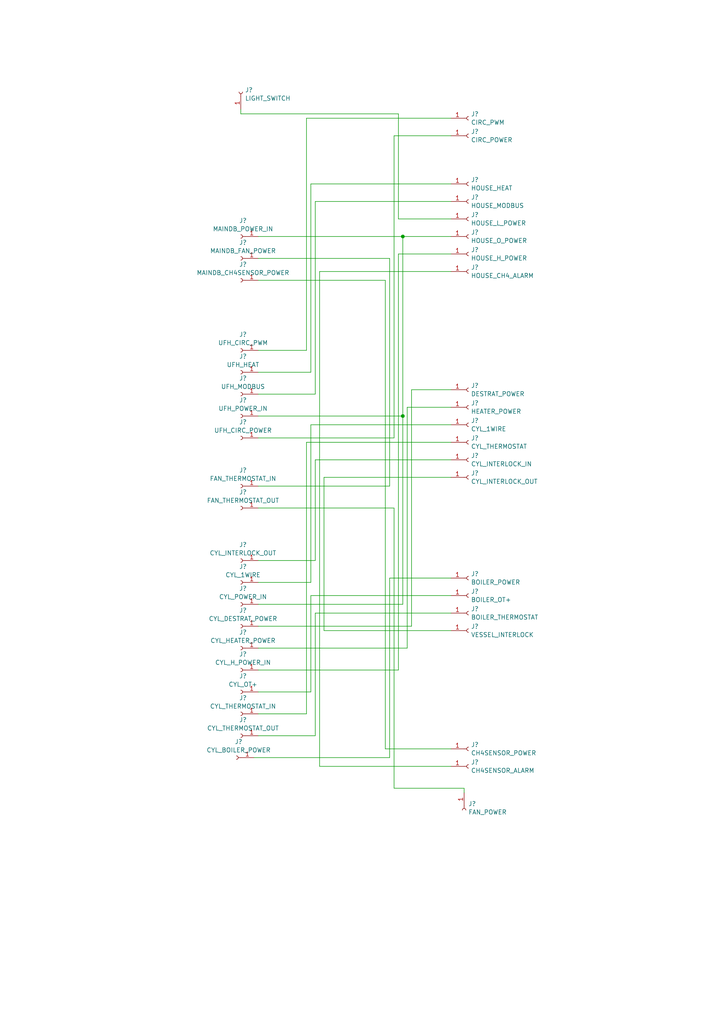
<source format=kicad_sch>
(kicad_sch (version 20230121) (generator eeschema)
  (paper "A4" portrait)
  (lib_symbols
    (symbol "Connector:Conn_01x01_Socket" (pin_names (offset 1.016) hide)
      (property "Reference" "J" (at 0 2.54 0))
      (property "Value" "Conn_01x01_Socket" (at 0 -2.54 0))
      (symbol "Conn_01x01_Socket_1_1"
        (polyline (pts (xy -1.27 0) (xy -0.508 0)) (stroke (width 0.1524)))
        (arc (start 0 0.508) (mid -0.5058 0) (end 0 -0.508) (stroke (width 0.1524)))
        (pin passive line (at -5.08 0 0) (length 3.81) (name "Pin_1") (number "1"))
      )
    )
  )
  (junction (at 116.84 120.65))
  (junction (at 116.84 68.58))
  (wire (pts (xy 115.57 194.31) (xy 74.93 194.31)))
  (wire (pts (xy 88.9 207.01) (xy 74.93 207.01)))
  (wire (pts (xy 114.3 39.37) (xy 114.3 127)))
  (wire (pts (xy 74.93 175.26) (xy 116.84 175.26)))
  (wire (pts (xy 91.44 114.3) (xy 74.93 114.3)))
  (wire (pts (xy 134.62 228.6) (xy 134.62 229.87)))
  (wire (pts (xy 130.81 58.42) (xy 91.44 58.42)))
  (wire (pts (xy 91.44 162.56) (xy 91.44 133.35)))
  (wire (pts (xy 90.17 168.91) (xy 74.93 168.91)))
  (wire (pts (xy 74.93 213.36) (xy 91.44 213.36)))
  (wire (pts (xy 91.44 213.36) (xy 91.44 177.8)))
  (wire (pts (xy 90.17 53.34) (xy 90.17 107.95)))
  (wire (pts (xy 113.03 219.71) (xy 73.66 219.71)))
  (wire (pts (xy 69.85 33.02) (xy 115.57 33.02)))
  (wire (pts (xy 74.93 120.65) (xy 116.84 120.65)))
  (wire (pts (xy 92.71 222.25) (xy 130.81 222.25)))
  (wire (pts (xy 130.81 68.58) (xy 116.84 68.58)))
  (wire (pts (xy 111.76 81.28) (xy 111.76 217.17)))
  (wire (pts (xy 91.44 177.8) (xy 130.81 177.8)))
  (wire (pts (xy 118.11 118.11) (xy 118.11 187.96)))
  (wire (pts (xy 115.57 63.5) (xy 115.57 33.02)))
  (wire (pts (xy 74.93 74.93) (xy 113.03 74.93)))
  (wire (pts (xy 119.38 113.03) (xy 119.38 181.61)))
  (wire (pts (xy 130.81 123.19) (xy 90.17 123.19)))
  (wire (pts (xy 88.9 101.6) (xy 74.93 101.6)))
  (wire (pts (xy 74.93 81.28) (xy 111.76 81.28)))
  (wire (pts (xy 113.03 140.97) (xy 74.93 140.97)))
  (wire (pts (xy 130.81 128.27) (xy 88.9 128.27)))
  (wire (pts (xy 116.84 68.58) (xy 116.84 120.65)))
  (wire (pts (xy 90.17 107.95) (xy 74.93 107.95)))
  (wire (pts (xy 130.81 53.34) (xy 90.17 53.34)))
  (wire (pts (xy 114.3 127) (xy 74.93 127)))
  (wire (pts (xy 130.81 34.29) (xy 88.9 34.29)))
  (wire (pts (xy 130.81 73.66) (xy 115.57 73.66)))
  (wire (pts (xy 130.81 39.37) (xy 114.3 39.37)))
  (wire (pts (xy 93.98 138.43) (xy 93.98 182.88)))
  (wire (pts (xy 130.81 63.5) (xy 115.57 63.5)))
  (wire (pts (xy 92.71 78.74) (xy 92.71 222.25)))
  (wire (pts (xy 115.57 73.66) (xy 115.57 194.31)))
  (wire (pts (xy 113.03 167.64) (xy 113.03 219.71)))
  (wire (pts (xy 90.17 200.66) (xy 74.93 200.66)))
  (wire (pts (xy 91.44 133.35) (xy 130.81 133.35)))
  (wire (pts (xy 88.9 34.29) (xy 88.9 101.6)))
  (wire (pts (xy 91.44 58.42) (xy 91.44 114.3)))
  (wire (pts (xy 113.03 74.93) (xy 113.03 140.97)))
  (wire (pts (xy 90.17 172.72) (xy 90.17 200.66)))
  (wire (pts (xy 69.85 33.02) (xy 69.85 31.75)))
  (wire (pts (xy 130.81 172.72) (xy 90.17 172.72)))
  (wire (pts (xy 116.84 68.58) (xy 74.93 68.58)))
  (wire (pts (xy 130.81 78.74) (xy 92.71 78.74)))
  (wire (pts (xy 90.17 123.19) (xy 90.17 168.91)))
  (wire (pts (xy 111.76 217.17) (xy 130.81 217.17)))
  (wire (pts (xy 119.38 181.61) (xy 74.93 181.61)))
  (wire (pts (xy 130.81 167.64) (xy 113.03 167.64)))
  (wire (pts (xy 130.81 113.03) (xy 119.38 113.03)))
  (wire (pts (xy 130.81 138.43) (xy 93.98 138.43)))
  (wire (pts (xy 130.81 118.11) (xy 118.11 118.11)))
  (wire (pts (xy 116.84 175.26) (xy 116.84 120.65)))
  (wire (pts (xy 88.9 128.27) (xy 88.9 207.01)))
  (wire (pts (xy 118.11 187.96) (xy 74.93 187.96)))
  (wire (pts (xy 114.3 147.32) (xy 114.3 228.6)))
  (wire (pts (xy 74.93 147.32) (xy 114.3 147.32)))
  (wire (pts (xy 93.98 182.88) (xy 130.81 182.88)))
  (wire (pts (xy 74.93 162.56) (xy 91.44 162.56)))
  (wire (pts (xy 114.3 228.6) (xy 134.62 228.6)))
  (symbol (lib_id "Connector:Conn_01x01_Socket") (at 135.89 34.29 0) (unit 1)
    (property "Reference" "J?" (at 136.6012 33.0779 0) (effects (justify left)))
    (property "Value" "CIRC_PWM" (at 136.6012 35.5021 0) (effects (justify left)))
  )
  (symbol (lib_id "Connector:Conn_01x01_Socket") (at 135.89 58.42 0) (unit 1)
    (property "Reference" "J?" (at 136.6012 57.2079 0) (effects (justify left)))
    (property "Value" "HOUSE_MODBUS" (at 136.6012 59.6321 0) (effects (justify left)))
  )
  (symbol (lib_id "Connector:Conn_01x01_Socket") (at 69.85 213.36 180) (unit 1)
    (property "Reference" "J?" (at 70.485 208.7585 0))
    (property "Value" "CYL_THERMOSTAT_OUT" (at 70.485 211.1827 0))
  )
  (symbol (lib_id "Connector:Conn_01x01_Socket") (at 69.85 26.67 90) (unit 1)
    (property "Reference" "J?" (at 71.0692 26.0929 90) (effects (justify right)))
    (property "Value" "LIGHT_SWITCH" (at 71.0692 28.5171 90) (effects (justify right)))
  )
  (symbol (lib_id "Connector:Conn_01x01_Socket") (at 135.89 39.37 0) (unit 1)
    (property "Reference" "J?" (at 136.6012 38.1579 0) (effects (justify left)))
    (property "Value" "CIRC_POWER" (at 136.6012 40.5821 0) (effects (justify left)))
  )
  (symbol (lib_id "Connector:Conn_01x01_Socket") (at 69.85 175.26 180) (unit 1)
    (property "Reference" "J?" (at 70.485 170.6585 0))
    (property "Value" "CYL_POWER_IN" (at 70.485 173.0827 0))
  )
  (symbol (lib_id "Connector:Conn_01x01_Socket") (at 69.85 74.93 180) (unit 1)
    (property "Reference" "J?" (at 70.485 70.3285 0))
    (property "Value" "MAINDB_FAN_POWER" (at 70.485 72.7527 0))
  )
  (symbol (lib_id "Connector:Conn_01x01_Socket") (at 135.89 113.03 0) (unit 1)
    (property "Reference" "J?" (at 136.6012 111.8179 0) (effects (justify left)))
    (property "Value" "DESTRAT_POWER" (at 136.6012 114.2421 0) (effects (justify left)))
  )
  (symbol (lib_id "Connector:Conn_01x01_Socket") (at 135.89 68.58 0) (unit 1)
    (property "Reference" "J?" (at 136.6012 67.3679 0) (effects (justify left)))
    (property "Value" "HOUSE_O_POWER" (at 136.6012 69.7921 0) (effects (justify left)))
  )
  (symbol (lib_id "Connector:Conn_01x01_Socket") (at 69.85 81.28 180) (unit 1)
    (property "Reference" "J?" (at 70.485 76.6785 0))
    (property "Value" "MAINDB_CH4SENSOR_POWER" (at 70.485 79.1027 0))
  )
  (symbol (lib_id "Connector:Conn_01x01_Socket") (at 135.89 222.25 0) (unit 1)
    (property "Reference" "J?" (at 136.6012 221.0379 0) (effects (justify left)))
    (property "Value" "CH4SENSOR_ALARM" (at 136.6012 223.4621 0) (effects (justify left)))
  )
  (symbol (lib_id "Connector:Conn_01x01_Socket") (at 69.85 114.3 180) (unit 1)
    (property "Reference" "J?" (at 70.485 109.6985 0))
    (property "Value" "UFH_MODBUS" (at 70.485 112.1227 0))
  )
  (symbol (lib_id "Connector:Conn_01x01_Socket") (at 69.85 101.6 180) (unit 1)
    (property "Reference" "J?" (at 70.485 96.9985 0))
    (property "Value" "UFH_CIRC_PWM" (at 70.485 99.4227 0))
  )
  (symbol (lib_id "Connector:Conn_01x01_Socket") (at 135.89 182.88 0) (unit 1)
    (property "Reference" "J?" (at 136.6012 181.6679 0) (effects (justify left)))
    (property "Value" "VESSEL_INTERLOCK" (at 136.6012 184.0921 0) (effects (justify left)))
  )
  (symbol (lib_id "Connector:Conn_01x01_Socket") (at 135.89 73.66 0) (unit 1)
    (property "Reference" "J?" (at 136.6012 72.4479 0) (effects (justify left)))
    (property "Value" "HOUSE_H_POWER" (at 136.6012 74.8721 0) (effects (justify left)))
  )
  (symbol (lib_id "Connector:Conn_01x01_Socket") (at 69.85 68.58 180) (unit 1)
    (property "Reference" "J?" (at 70.485 63.9785 0))
    (property "Value" "MAINDB_POWER_IN" (at 70.485 66.4027 0))
  )
  (symbol (lib_id "Connector:Conn_01x01_Socket") (at 134.62 234.95 270) (unit 1)
    (property "Reference" "J?" (at 135.8392 233.1029 90) (effects (justify left)))
    (property "Value" "FAN_POWER" (at 135.8392 235.5271 90) (effects (justify left)))
  )
  (symbol (lib_id "Connector:Conn_01x01_Socket") (at 69.85 107.95 180) (unit 1)
    (property "Reference" "J?" (at 70.485 103.3485 0))
    (property "Value" "UFH_HEAT" (at 70.485 105.7727 0))
  )
  (symbol (lib_id "Connector:Conn_01x01_Socket") (at 69.85 147.32 180) (unit 1)
    (property "Reference" "J?" (at 70.485 142.7185 0))
    (property "Value" "FAN_THERMOSTAT_OUT" (at 70.485 145.1427 0))
  )
  (symbol (lib_id "Connector:Conn_01x01_Socket") (at 68.58 219.71 180) (unit 1)
    (property "Reference" "J?" (at 69.215 215.1085 0))
    (property "Value" "CYL_BOILER_POWER" (at 69.215 217.5327 0))
  )
  (symbol (lib_id "Connector:Conn_01x01_Socket") (at 69.85 120.65 180) (unit 1)
    (property "Reference" "J?" (at 70.485 116.0485 0))
    (property "Value" "UFH_POWER_IN" (at 70.485 118.4727 0))
  )
  (symbol (lib_id "Connector:Conn_01x01_Socket") (at 135.89 167.64 0) (unit 1)
    (property "Reference" "J?" (at 136.6012 166.4279 0) (effects (justify left)))
    (property "Value" "BOILER_POWER" (at 136.6012 168.8521 0) (effects (justify left)))
  )
  (symbol (lib_id "Connector:Conn_01x01_Socket") (at 69.85 187.96 180) (unit 1)
    (property "Reference" "J?" (at 70.485 183.3585 0))
    (property "Value" "CYL_HEATER_POWER" (at 70.485 185.7827 0))
  )
  (symbol (lib_id "Connector:Conn_01x01_Socket") (at 135.89 128.27 0) (unit 1)
    (property "Reference" "J?" (at 136.6012 127.0579 0) (effects (justify left)))
    (property "Value" "CYL_THERMOSTAT" (at 136.6012 129.4821 0) (effects (justify left)))
  )
  (symbol (lib_id "Connector:Conn_01x01_Socket") (at 69.85 127 180) (unit 1)
    (property "Reference" "J?" (at 70.485 122.3985 0))
    (property "Value" "UFH_CIRC_POWER" (at 70.485 124.8227 0))
  )
  (symbol (lib_id "Connector:Conn_01x01_Socket") (at 69.85 207.01 180) (unit 1)
    (property "Reference" "J?" (at 70.485 202.4085 0))
    (property "Value" "CYL_THERMOSTAT_IN" (at 70.485 204.8327 0))
  )
  (symbol (lib_id "Connector:Conn_01x01_Socket") (at 135.89 217.17 0) (unit 1)
    (property "Reference" "J?" (at 136.6012 215.9579 0) (effects (justify left)))
    (property "Value" "CH4SENSOR_POWER" (at 136.6012 218.3821 0) (effects (justify left)))
  )
  (symbol (lib_id "Connector:Conn_01x01_Socket") (at 69.85 181.61 180) (unit 1)
    (property "Reference" "J?" (at 70.485 177.0085 0))
    (property "Value" "CYL_DESTRAT_POWER" (at 70.485 179.4327 0))
  )
  (symbol (lib_id "Connector:Conn_01x01_Socket") (at 135.89 133.35 0) (unit 1)
    (property "Reference" "J?" (at 136.6012 132.1379 0) (effects (justify left)))
    (property "Value" "CYL_INTERLOCK_IN" (at 136.6012 134.5621 0) (effects (justify left)))
  )
  (symbol (lib_id "Connector:Conn_01x01_Socket") (at 69.85 140.97 180) (unit 1)
    (property "Reference" "J?" (at 70.485 136.3685 0))
    (property "Value" "FAN_THERMOSTAT_IN" (at 70.485 138.7927 0))
  )
  (symbol (lib_id "Connector:Conn_01x01_Socket") (at 69.85 168.91 180) (unit 1)
    (property "Reference" "J?" (at 70.485 164.3085 0))
    (property "Value" "CYL_1WIRE" (at 70.485 166.7327 0))
  )
  (symbol (lib_id "Connector:Conn_01x01_Socket") (at 135.89 177.8 0) (unit 1)
    (property "Reference" "J?" (at 136.6012 176.5879 0) (effects (justify left)))
    (property "Value" "BOILER_THERMOSTAT" (at 136.6012 179.0121 0) (effects (justify left)))
  )
  (symbol (lib_id "Connector:Conn_01x01_Socket") (at 135.89 78.74 0) (unit 1)
    (property "Reference" "J?" (at 136.6012 77.5279 0) (effects (justify left)))
    (property "Value" "HOUSE_CH4_ALARM" (at 136.6012 79.9521 0) (effects (justify left)))
  )
  (symbol (lib_id "Connector:Conn_01x01_Socket") (at 69.85 194.31 180) (unit 1)
    (property "Reference" "J?" (at 70.485 189.7085 0))
    (property "Value" "CYL_H_POWER_IN" (at 70.485 192.1327 0))
  )
  (symbol (lib_id "Connector:Conn_01x01_Socket") (at 69.85 162.56 180) (unit 1)
    (property "Reference" "J?" (at 70.485 157.9585 0))
    (property "Value" "CYL_INTERLOCK_OUT" (at 70.485 160.3827 0))
  )
  (symbol (lib_id "Connector:Conn_01x01_Socket") (at 135.89 63.5 0) (unit 1)
    (property "Reference" "J?" (at 136.6012 62.2879 0) (effects (justify left)))
    (property "Value" "HOUSE_L_POWER" (at 136.6012 64.7121 0) (effects (justify left)))
  )
  (symbol (lib_id "Connector:Conn_01x01_Socket") (at 135.89 138.43 0) (unit 1)
    (property "Reference" "J?" (at 136.6012 137.2179 0) (effects (justify left)))
    (property "Value" "CYL_INTERLOCK_OUT" (at 136.6012 139.6421 0) (effects (justify left)))
  )
  (symbol (lib_id "Connector:Conn_01x01_Socket") (at 135.89 123.19 0) (unit 1)
    (property "Reference" "J?" (at 136.6012 121.9779 0) (effects (justify left)))
    (property "Value" "CYL_1WIRE" (at 136.6012 124.4021 0) (effects (justify left)))
  )
  (symbol (lib_id "Connector:Conn_01x01_Socket") (at 69.85 200.66 180) (unit 1)
    (property "Reference" "J?" (at 70.485 196.0585 0))
    (property "Value" "CYL_OT+" (at 70.485 198.4827 0))
  )
  (symbol (lib_id "Connector:Conn_01x01_Socket") (at 135.89 118.11 0) (unit 1)
    (property "Reference" "J?" (at 136.6012 116.8979 0) (effects (justify left)))
    (property "Value" "HEATER_POWER" (at 136.6012 119.3221 0) (effects (justify left)))
  )
  (symbol (lib_id "Connector:Conn_01x01_Socket") (at 135.89 53.34 0) (unit 1)
    (property "Reference" "J?" (at 136.6012 52.1279 0) (effects (justify left)))
    (property "Value" "HOUSE_HEAT" (at 136.6012 54.5521 0) (effects (justify left)))
  )
  (symbol (lib_id "Connector:Conn_01x01_Socket") (at 135.89 172.72 0) (unit 1)
    (property "Reference" "J?" (at 136.6012 171.5079 0) (effects (justify left)))
    (property "Value" "BOILER_OT+" (at 136.6012 173.9321 0) (effects (justify left)))
  )
)
</source>
